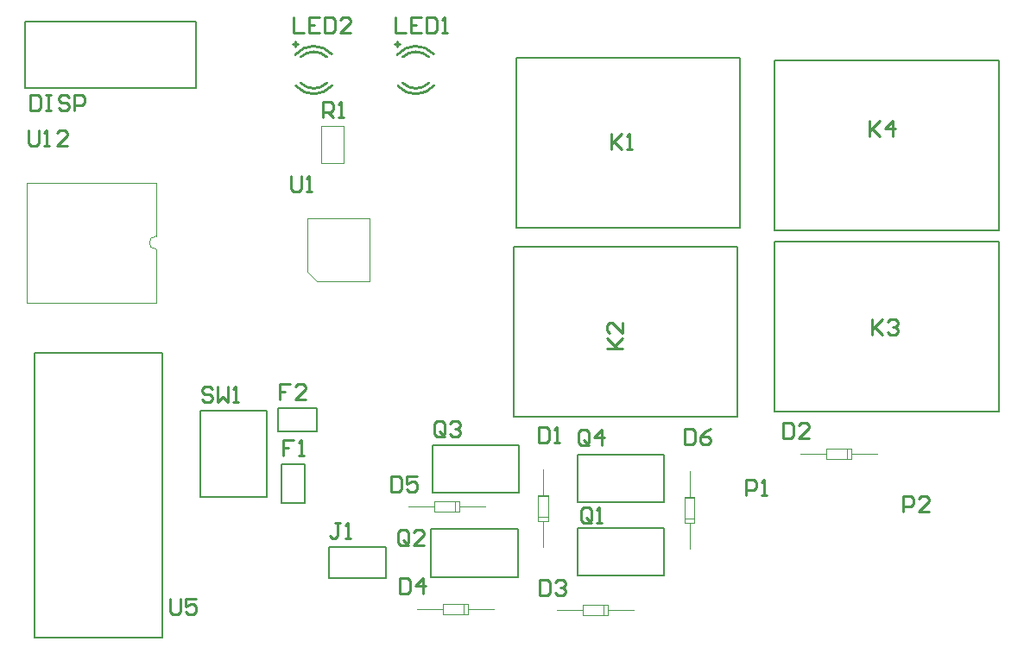
<source format=gbr>
%TF.GenerationSoftware,Altium Limited,Altium Designer,20.1.12 (249)*%
G04 Layer_Color=65535*
%FSLAX26Y26*%
%MOIN*%
%TF.SameCoordinates,7F4B2EE0-29BC-4F04-AEBD-3A4CCF5859FD*%
%TF.FilePolarity,Positive*%
%TF.FileFunction,Legend,Top*%
%TF.Part,Single*%
G01*
G75*
%TA.AperFunction,NonConductor*%
%ADD38C,0.007874*%
%ADD39C,0.003937*%
%ADD40C,0.010000*%
D38*
X5163071Y2793386D02*
Y2978425D01*
X5497717D01*
Y2793386D02*
Y2978425D01*
X5163071Y2793386D02*
X5497717D01*
X4915236Y4063898D02*
X5781378D01*
Y3406417D02*
Y4063898D01*
X4915236Y3406417D02*
X5781378D01*
X4915236D02*
Y4063898D01*
X3558740Y2555000D02*
Y3655000D01*
X3066614D02*
X3558740D01*
X3066614Y2555000D02*
Y3655000D01*
Y2555000D02*
X3558740D01*
X4598071Y2788386D02*
X4932717D01*
Y2973425D01*
X4598071D02*
X4932717D01*
X4598071Y2788386D02*
Y2973425D01*
X3706024Y3096102D02*
Y3430748D01*
X3961929D01*
X3706024Y3096102D02*
X3961929D01*
Y3430748D01*
X5162283Y3261614D02*
X5496929D01*
X5162283Y3076575D02*
Y3261614D01*
Y3076575D02*
X5496929D01*
Y3261614D01*
X4603071Y3113386D02*
X4937717D01*
Y3298425D01*
X4603071D02*
X4937717D01*
X4603071Y3113386D02*
Y3298425D01*
X5922677Y4783583D02*
X6788819D01*
Y4126102D02*
Y4783583D01*
X5922677Y4126102D02*
X6788819D01*
X5922677D02*
Y4783583D01*
Y4083583D02*
X6788819D01*
Y3426102D02*
Y4083583D01*
X5922677Y3426102D02*
X6788819D01*
X5922677D02*
Y4083583D01*
X4925236Y4793583D02*
X5791378D01*
Y4136102D02*
Y4793583D01*
X4925236Y4136102D02*
X5791378D01*
X4925236D02*
Y4793583D01*
X4201575Y2785000D02*
Y2905000D01*
X4361575D01*
X4421575Y2785000D02*
Y2905000D01*
X4361575D02*
X4421575D01*
X4201575Y2785000D02*
X4421575D01*
X4157835Y3427677D02*
Y3440000D01*
X4007835D02*
X4157835D01*
X4007835Y3350000D02*
Y3440000D01*
Y3350000D02*
X4157835D01*
Y3427677D01*
X4097677Y3075000D02*
X4110000D01*
Y3225000D01*
X4020000D02*
X4110000D01*
X4020000Y3075000D02*
Y3225000D01*
Y3075000D02*
X4097677D01*
X3031260Y4676260D02*
X3688740D01*
X3031260D02*
Y4933740D01*
X3688740D01*
Y4676260D02*
Y4933740D01*
D39*
X3535000Y4105000D02*
G03*
X3535000Y4055000I0J-25000D01*
G01*
X5575315Y2998622D02*
X5595000D01*
X5575315D02*
Y3095079D01*
X5614685D01*
Y2998622D02*
Y3095079D01*
X5595000Y2998622D02*
X5614685D01*
X5575315Y3096391D02*
X5614685D01*
X5595000Y3095079D02*
Y3196457D01*
Y2897244D02*
Y2998622D01*
X5575315Y3014370D02*
X5614685D01*
X4706378Y3040315D02*
Y3060000D01*
X4609921Y3040315D02*
X4706378D01*
X4609921D02*
Y3079685D01*
X4706378D01*
Y3060000D02*
Y3079685D01*
X4608609Y3040315D02*
Y3079685D01*
X4508543Y3060000D02*
X4609921D01*
X4706378D02*
X4807756D01*
X4690630Y3040315D02*
Y3079685D01*
X4740079Y2645315D02*
Y2665000D01*
X4643622Y2645315D02*
X4740079D01*
X4643622D02*
Y2684685D01*
X4740079D01*
Y2665000D02*
Y2684685D01*
X4642310Y2645315D02*
Y2684685D01*
X4542244Y2665000D02*
X4643622D01*
X4740079D02*
X4841457D01*
X4724331Y2645315D02*
Y2684685D01*
X5280079Y2640315D02*
Y2660000D01*
X5183622Y2640315D02*
X5280079D01*
X5183622D02*
Y2679685D01*
X5280079D01*
Y2660000D02*
Y2679685D01*
X5182310Y2640315D02*
Y2679685D01*
X5082244Y2660000D02*
X5183622D01*
X5280079D02*
X5381457D01*
X5264331Y2640315D02*
Y2679685D01*
X6220079Y3245315D02*
Y3265000D01*
X6123622Y3245315D02*
X6220079D01*
X6123622D02*
Y3284685D01*
X6220079D01*
Y3265000D02*
Y3284685D01*
X6122310Y3245315D02*
Y3284685D01*
X6022244Y3265000D02*
X6123622D01*
X6220079D02*
X6321457D01*
X6204331Y3245315D02*
Y3284685D01*
X5010315Y3004921D02*
X5030000D01*
X5010315D02*
Y3101378D01*
X5049685D01*
Y3004921D02*
Y3101378D01*
X5030000Y3004921D02*
X5049685D01*
X5010315Y3102690D02*
X5049685D01*
X5030000Y3101378D02*
Y3202756D01*
Y2903543D02*
Y3004921D01*
X5010315Y3020669D02*
X5049685D01*
X3035000Y4311693D02*
X3535000D01*
X3035000Y3848307D02*
Y4311693D01*
Y3848307D02*
X3535000D01*
Y4055000D01*
Y4105000D02*
Y4311693D01*
X4166142Y4172992D02*
X4360827D01*
Y3931653D02*
Y4172992D01*
X4156103Y3931653D02*
X4360827D01*
X4119488Y3968268D02*
X4156103Y3931653D01*
X4119488Y3968268D02*
Y4126338D01*
Y4172992D01*
X4166142D01*
X4171693Y4389134D02*
X4258307D01*
Y4530866D01*
X4171693Y4389134D02*
Y4530866D01*
X4258307D01*
D40*
X4213586Y4808958D02*
G03*
X4073758Y4806626I-68901J-61911D01*
G01*
X4194882Y4797244D02*
G03*
X4094488Y4797244I-50197J-50197D01*
G01*
X4075785Y4685136D02*
G03*
X4215612Y4687469I68901J61911D01*
G01*
X4094488Y4696850D02*
G03*
X4194882Y4696850I50197J50197D01*
G01*
X4607286Y4808958D02*
G03*
X4467459Y4806626I-68901J-61911D01*
G01*
X4588583Y4797244D02*
G03*
X4488189Y4797244I-50197J-50197D01*
G01*
X4469485Y4685136D02*
G03*
X4609313Y4687469I68901J61911D01*
G01*
X4488189Y4696850D02*
G03*
X4588583Y4696850I50197J50197D01*
G01*
X4062008Y4847441D02*
X4081693D01*
X4071850Y4837598D02*
Y4857283D01*
X4455709Y4847441D02*
X4475394D01*
X4465551Y4837598D02*
Y4857283D01*
X5215551Y3007566D02*
Y3047553D01*
X5205555Y3057549D01*
X5185561D01*
X5175564Y3047553D01*
Y3007566D01*
X5185561Y2997569D01*
X5205555D01*
X5195558Y3017562D02*
X5215551Y2997569D01*
X5205555D02*
X5215551Y3007566D01*
X5235545Y2997569D02*
X5255538D01*
X5245542D01*
Y3057549D01*
X5235545Y3047553D01*
X5277569Y3670016D02*
X5337549D01*
X5317556D01*
X5277569Y3710003D01*
X5307559Y3680013D01*
X5337549Y3710003D01*
Y3769984D02*
Y3729997D01*
X5297562Y3769984D01*
X5287566D01*
X5277569Y3759987D01*
Y3739994D01*
X5287566Y3729997D01*
X3043000Y4512981D02*
Y4462997D01*
X3052997Y4453000D01*
X3072990D01*
X3082987Y4462997D01*
Y4512981D01*
X3102981Y4453000D02*
X3122974D01*
X3112977D01*
Y4512981D01*
X3102981Y4502984D01*
X3192952Y4453000D02*
X3152964D01*
X3192952Y4492987D01*
Y4502984D01*
X3182955Y4512981D01*
X3162961D01*
X3152964Y4502984D01*
X3590016Y2704990D02*
Y2655006D01*
X3600013Y2645010D01*
X3620006D01*
X3630003Y2655006D01*
Y2704990D01*
X3689984D02*
X3649997D01*
Y2675000D01*
X3669990Y2684997D01*
X3679987D01*
X3689984Y2675000D01*
Y2655006D01*
X3679987Y2645010D01*
X3659994D01*
X3649997Y2655006D01*
X4055390Y4337481D02*
Y4287497D01*
X4065387Y4277500D01*
X4085380D01*
X4095377Y4287497D01*
Y4337481D01*
X4115371Y4277500D02*
X4135364D01*
X4125367D01*
Y4337481D01*
X4115371Y4327484D01*
X3752566Y3514909D02*
X3742569Y3524906D01*
X3722575D01*
X3712579Y3514909D01*
Y3504912D01*
X3722575Y3494916D01*
X3742569D01*
X3752566Y3484919D01*
Y3474922D01*
X3742569Y3464925D01*
X3722575D01*
X3712579Y3474922D01*
X3772559Y3524906D02*
Y3464925D01*
X3792553Y3484919D01*
X3812546Y3464925D01*
Y3524906D01*
X3832540Y3464925D02*
X3852533D01*
X3842537D01*
Y3524906D01*
X3832540Y3514909D01*
X4180000Y4563000D02*
Y4622981D01*
X4209990D01*
X4219987Y4612984D01*
Y4592990D01*
X4209990Y4582993D01*
X4180000D01*
X4199993D02*
X4219987Y4563000D01*
X4239981D02*
X4259974D01*
X4249977D01*
Y4622981D01*
X4239981Y4612984D01*
X5207987Y3305997D02*
Y3345984D01*
X5197990Y3355981D01*
X5177997D01*
X5168000Y3345984D01*
Y3305997D01*
X5177997Y3296000D01*
X5197990D01*
X5187993Y3315994D02*
X5207987Y3296000D01*
X5197990D02*
X5207987Y3305997D01*
X5257971Y3296000D02*
Y3355981D01*
X5227981Y3325990D01*
X5267968D01*
X4648987Y3341997D02*
Y3381984D01*
X4638990Y3391981D01*
X4618997D01*
X4609000Y3381984D01*
Y3341997D01*
X4618997Y3332000D01*
X4638990D01*
X4628993Y3351994D02*
X4648987Y3332000D01*
X4638990D02*
X4648987Y3341997D01*
X4668981Y3381984D02*
X4678977Y3391981D01*
X4698971D01*
X4708968Y3381984D01*
Y3371987D01*
X4698971Y3361990D01*
X4688974D01*
X4698971D01*
X4708968Y3351994D01*
Y3341997D01*
X4698971Y3332000D01*
X4678977D01*
X4668981Y3341997D01*
X4510003Y2920006D02*
Y2959994D01*
X4500007Y2969990D01*
X4480013D01*
X4470016Y2959994D01*
Y2920006D01*
X4480013Y2910010D01*
X4500007D01*
X4490010Y2930003D02*
X4510003Y2910010D01*
X4500007D02*
X4510003Y2920006D01*
X4569984Y2910010D02*
X4529997D01*
X4569984Y2949997D01*
Y2959994D01*
X4559987Y2969990D01*
X4539994D01*
X4529997Y2959994D01*
X6420961Y3042214D02*
Y3102195D01*
X6450951D01*
X6460948Y3092198D01*
Y3072205D01*
X6450951Y3062208D01*
X6420961D01*
X6520929Y3042214D02*
X6480942D01*
X6520929Y3082202D01*
Y3092198D01*
X6510932Y3102195D01*
X6490939D01*
X6480942Y3092198D01*
X5813122Y3104831D02*
Y3164811D01*
X5843112D01*
X5853109Y3154814D01*
Y3134821D01*
X5843112Y3124824D01*
X5813122D01*
X5873103Y3104831D02*
X5893096D01*
X5883099D01*
Y3164811D01*
X5873103Y3154814D01*
X4067000Y4951981D02*
Y4892000D01*
X4106987D01*
X4166968Y4951981D02*
X4126981D01*
Y4892000D01*
X4166968D01*
X4126981Y4921990D02*
X4146974D01*
X4186961Y4951981D02*
Y4892000D01*
X4216952D01*
X4226948Y4901997D01*
Y4941984D01*
X4216952Y4951981D01*
X4186961D01*
X4286929Y4892000D02*
X4246942D01*
X4286929Y4931987D01*
Y4941984D01*
X4276932Y4951981D01*
X4256939D01*
X4246942Y4941984D01*
X4461000Y4951981D02*
Y4892000D01*
X4500987D01*
X4560968Y4951981D02*
X4520981D01*
Y4892000D01*
X4560968D01*
X4520981Y4921990D02*
X4540974D01*
X4580961Y4951981D02*
Y4892000D01*
X4610952D01*
X4620948Y4901997D01*
Y4941984D01*
X4610952Y4951981D01*
X4580961D01*
X4640942Y4892000D02*
X4660935D01*
X4650939D01*
Y4951981D01*
X4640942Y4941984D01*
X6290016Y4549990D02*
Y4490010D01*
Y4510003D01*
X6330003Y4549990D01*
X6300013Y4520000D01*
X6330003Y4490010D01*
X6379987D02*
Y4549990D01*
X6349997Y4520000D01*
X6389984D01*
X6300016Y3784990D02*
Y3725010D01*
Y3745003D01*
X6340003Y3784990D01*
X6310013Y3755000D01*
X6340003Y3725010D01*
X6359997Y3774994D02*
X6369994Y3784990D01*
X6389987D01*
X6399984Y3774994D01*
Y3764997D01*
X6389987Y3755000D01*
X6379990D01*
X6389987D01*
X6399984Y3745003D01*
Y3735006D01*
X6389987Y3725010D01*
X6369994D01*
X6359997Y3735006D01*
X5293832Y4500896D02*
Y4440915D01*
Y4460909D01*
X5333819Y4500896D01*
X5303829Y4470905D01*
X5333819Y4440915D01*
X5353812D02*
X5373806D01*
X5363809D01*
Y4500896D01*
X5353812Y4490899D01*
X4247562Y2998981D02*
X4227568D01*
X4237565D01*
Y2948997D01*
X4227568Y2939000D01*
X4217572D01*
X4207575Y2948997D01*
X4267555Y2939000D02*
X4287549D01*
X4277552D01*
Y2998981D01*
X4267555Y2988984D01*
X4053987Y3533981D02*
X4014000D01*
Y3503990D01*
X4033994D01*
X4014000D01*
Y3474000D01*
X4113968D02*
X4073981D01*
X4113968Y3513987D01*
Y3523984D01*
X4103971Y3533981D01*
X4083977D01*
X4073981Y3523984D01*
X4065987Y3319146D02*
X4026000D01*
Y3289156D01*
X4045994D01*
X4026000D01*
Y3259165D01*
X4085981D02*
X4105974D01*
X4095977D01*
Y3319146D01*
X4085981Y3309149D01*
X3050034Y4649990D02*
Y4590010D01*
X3080024D01*
X3090021Y4600007D01*
Y4639993D01*
X3080024Y4649990D01*
X3050034D01*
X3110015D02*
X3130008D01*
X3120011D01*
Y4590010D01*
X3110015D01*
X3130008D01*
X3199985Y4639993D02*
X3189989Y4649990D01*
X3169995D01*
X3159998Y4639993D01*
Y4629997D01*
X3169995Y4620000D01*
X3189989D01*
X3199985Y4610003D01*
Y4600007D01*
X3189989Y4590010D01*
X3169995D01*
X3159998Y4600007D01*
X3219979Y4590010D02*
Y4649990D01*
X3249969D01*
X3259966Y4639993D01*
Y4620000D01*
X3249969Y4610003D01*
X3219979D01*
X5577000Y3360981D02*
Y3301000D01*
X5606990D01*
X5616987Y3310997D01*
Y3350984D01*
X5606990Y3360981D01*
X5577000D01*
X5676968D02*
X5656974Y3350984D01*
X5636981Y3330990D01*
Y3310997D01*
X5646977Y3301000D01*
X5666971D01*
X5676968Y3310997D01*
Y3320994D01*
X5666971Y3330990D01*
X5636981D01*
X4444000Y3177981D02*
Y3118000D01*
X4473990D01*
X4483987Y3127997D01*
Y3167984D01*
X4473990Y3177981D01*
X4444000D01*
X4543968D02*
X4503981D01*
Y3147990D01*
X4523974Y3157987D01*
X4533971D01*
X4543968Y3147990D01*
Y3127997D01*
X4533971Y3118000D01*
X4513977D01*
X4503981Y3127997D01*
X4477701Y2782981D02*
Y2723000D01*
X4507691D01*
X4517688Y2732997D01*
Y2772984D01*
X4507691Y2782981D01*
X4477701D01*
X4567672Y2723000D02*
Y2782981D01*
X4537681Y2752990D01*
X4577668D01*
X5017000Y2777981D02*
Y2718000D01*
X5046990D01*
X5056987Y2727997D01*
Y2767984D01*
X5046990Y2777981D01*
X5017000D01*
X5076981Y2767984D02*
X5086977Y2777981D01*
X5106971D01*
X5116968Y2767984D01*
Y2757987D01*
X5106971Y2747990D01*
X5096974D01*
X5106971D01*
X5116968Y2737994D01*
Y2727997D01*
X5106971Y2718000D01*
X5086977D01*
X5076981Y2727997D01*
X5957000Y3382981D02*
Y3323000D01*
X5986990D01*
X5996987Y3332997D01*
Y3372984D01*
X5986990Y3382981D01*
X5957000D01*
X6056968Y3323000D02*
X6016981D01*
X6056968Y3362987D01*
Y3372984D01*
X6046971Y3382981D01*
X6026977D01*
X6016981Y3372984D01*
X5012000Y3367981D02*
Y3308000D01*
X5041990D01*
X5051987Y3317997D01*
Y3357984D01*
X5041990Y3367981D01*
X5012000D01*
X5071981Y3308000D02*
X5091974D01*
X5081977D01*
Y3367981D01*
X5071981Y3357984D01*
%TF.MD5,17b25108123d5195b36c171b9471cc1d*%
M02*

</source>
